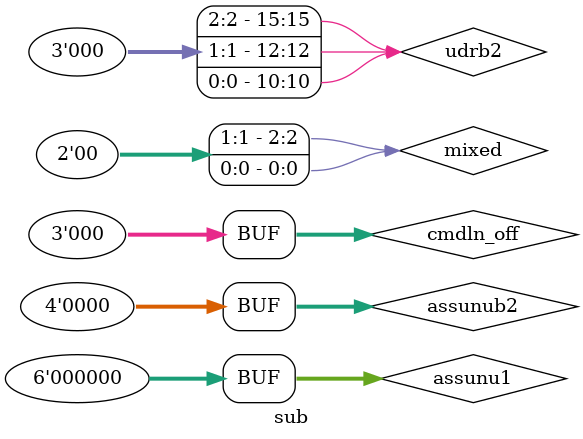
<source format=v>

module t (/*AUTOARG*/);

   sub sub ();

endmodule

module sub;

   wire pub /*verilator public*/;   // Ignore publics

   wire [5:0] assunu1 = 0;  // Assigned but unused

   wire [3:0] assunub2 = 0;  // Assigned but bit 2 unused

   wire [15:10] udrb2;  // [14:13,11] is undriven
   assign udrb2[15] = 0;
   assign udrb2[12] = 0;
   assign udrb2[10] = 0;

   wire       unu3;  // Totally unused

   wire [3:0] mixed;  // [3] unused & undr, [2] unused, [1] undr, [0] ok
   assign mixed[2] = 0;
   assign mixed[0] = 0;

   wire [2:0] cmdln_off;  // Suppressed by command line
   assign cmdln_off = 0;

   localparam THREE = 3;

   initial begin
      if (0 && assunu1[0] != 0 && udrb2 != 0) begin end
      if (0 && assunub2[THREE] && assunub2[1:0]!=0) begin end
      if (0 && mixed[1:0] != 0) begin end
   end
endmodule

</source>
